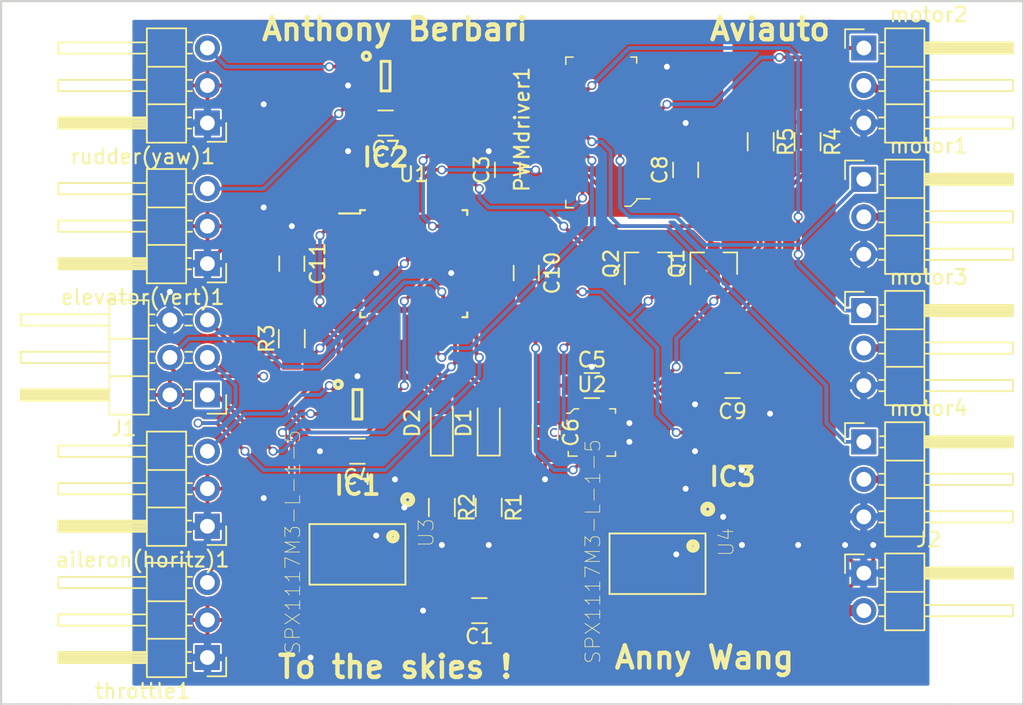
<source format=kicad_pcb>
(kicad_pcb (version 4) (host pcbnew 4.0.7)
  (layers (0 F.Cu signal) (31 B.Cu signal hide) (34 B.Paste user) (35 F.Paste user) (36 B.SilkS user) (37 F.SilkS user) (38 B.Mask user) (39 F.Mask user) (44 Edge.Cuts user))
  (net 0 "")
  (net 1 GND)
  (net 2 "Net-(IC1-Pad1)")
  (net 3 "Net-(C1-Pad1)")
  (net 4 VCC)
  (net 5 "Net-(C9-Pad1)")
  (net 6 "Net-(D1-Pad1)")
  (net 7 "Net-(D1-Pad2)")
  (net 8 "Net-(D2-Pad1)")
  (net 9 "Net-(D2-Pad2)")
  (net 10 "Net-(IC2-Pad3)")
  (net 11 "Net-(IC1-Pad3)")
  (net 12 "Net-(IC1-Pad4)")
  (net 13 "Net-(IC1-Pad6)")
  (net 14 "Net-(IC2-Pad1)")
  (net 15 "Net-(IC2-Pad4)")
  (net 16 VAA)
  (net 17 "Net-(IC3-Pad2)")
  (net 18 "Net-(IC3-Pad3)")
  (net 19 "Net-(J1-Pad1)")
  (net 20 "Net-(J1-Pad3)")
  (net 21 "Net-(J1-Pad5)")
  (net 22 "Net-(PWMdriver1-Pad6)")
  (net 23 "Net-(PWMdriver1-Pad10)")
  (net 24 "Net-(PWMdriver1-Pad17)")
  (net 25 "Net-(PWMdriver1-Pad22)")
  (net 26 "Net-(PWMdriver1-Pad23)")
  (net 27 "Net-(PWMdriver1-Pad26)")
  (net 28 "Net-(PWMdriver1-Pad27)")
  (net 29 "Net-(J1-Pad4)")
  (module Pin_Headers:Pin_Header_Angled_1x03_Pitch2.54mm (layer F.Cu) (at 260.35 53.975)
    (fp_text reference motor2 (at 4.385 -2.27) (layer F.SilkS))
    (fp_text value Conn_01x03)
    (pad 1 thru_hole rect (at 0 0) (size 1.7 1.7) (drill 1) (layers *.Cu *.Mask) (net 23 "Net-(PWMdriver1-Pad10)"))
    (pad 2 thru_hole oval (at 0 2.54) (size 1.7 1.7) (drill 1) (layers *.Cu *.Mask) (net 4 VCC))
    (pad 3 thru_hole oval (at 0 5.08) (size 1.7 1.7) (drill 1) (layers *.Cu *.Mask) (net 1 GND))
  )
  (module Pin_Headers:Pin_Header_Angled_1x03_Pitch2.54mm (layer F.Cu) (at 215.9 86.36 180)
    (fp_text reference "aileron(horitz)1" (at 4.385 -2.27 180) (layer F.SilkS))
    (fp_text value Conn_01x03)
    (pad 1 thru_hole rect (at 0 0 180) (size 1.7 1.7) (drill 1) (layers *.Cu *.Mask) (net 1 GND))
    (pad 2 thru_hole oval (at 0 2.54 180) (size 1.7 1.7) (drill 1) (layers *.Cu *.Mask) (net 4 VCC))
    (pad 3 thru_hole oval (at 0 5.08 180) (size 1.7 1.7) (drill 1) (layers *.Cu *.Mask) (net 2 "Net-(IC1-Pad1)"))
  )
  (module Capacitors_SMD:C_0805_HandSoldering (layer F.Cu) (at 236.22 62.23 90)
    (fp_text reference C3 (at 0 -1.75 90) (layer F.SilkS))
    (fp_text value 0.1uF)
    (pad 1 smd rect (at -1.25 0 90) (size 1.5 1.25) (layers F.Cu F.Paste F.Mask) (net 4 VCC))
    (pad 2 smd rect (at 1.25 0 90) (size 1.5 1.25) (layers F.Cu F.Paste F.Mask) (net 1 GND))
  )
  (module Capacitors_SMD:C_0805_HandSoldering (layer F.Cu) (at 226.06 81.28 180)
    (fp_text reference C4 (at 0 -1.75 180) (layer F.SilkS))
    (fp_text value 0.1uF)
    (pad 1 smd rect (at -1.25 0 180) (size 1.5 1.25) (layers F.Cu F.Paste F.Mask) (net 4 VCC))
    (pad 2 smd rect (at 1.25 0 180) (size 1.5 1.25) (layers F.Cu F.Paste F.Mask) (net 1 GND))
  )
  (module Capacitors_SMD:C_0805_HandSoldering (layer F.Cu) (at 241.935 76.835)
    (fp_text reference C5 (at 0 -1.75) (layer F.SilkS))
    (fp_text value 0.1uF)
    (pad 1 smd rect (at -1.25 0) (size 1.5 1.25) (layers F.Cu F.Paste F.Mask) (net 16 VAA))
    (pad 2 smd rect (at 1.25 0) (size 1.5 1.25) (layers F.Cu F.Paste F.Mask) (net 1 GND))
  )
  (module Capacitors_SMD:C_0805_HandSoldering (layer F.Cu) (at 238.76 80.01 270)
    (fp_text reference C6 (at 0 -1.75 270) (layer F.SilkS))
    (fp_text value 10uF)
    (pad 1 smd rect (at -1.25 0 270) (size 1.5 1.25) (layers F.Cu F.Paste F.Mask) (net 16 VAA))
    (pad 2 smd rect (at 1.25 0 270) (size 1.5 1.25) (layers F.Cu F.Paste F.Mask) (net 1 GND))
  )
  (module Capacitors_SMD:C_0805_HandSoldering (layer F.Cu) (at 227.965 59.055 180)
    (fp_text reference C7 (at 0 -1.75 180) (layer F.SilkS))
    (fp_text value 0.1uF)
    (pad 1 smd rect (at -1.25 0 180) (size 1.5 1.25) (layers F.Cu F.Paste F.Mask) (net 4 VCC))
    (pad 2 smd rect (at 1.25 0 180) (size 1.5 1.25) (layers F.Cu F.Paste F.Mask) (net 1 GND))
  )
  (module Capacitors_SMD:C_0805_HandSoldering (layer F.Cu) (at 248.285 62.23 90)
    (fp_text reference C8 (at 0 -1.75 90) (layer F.SilkS))
    (fp_text value 10uF)
    (pad 1 smd rect (at -1.25 0 90) (size 1.5 1.25) (layers F.Cu F.Paste F.Mask) (net 4 VCC))
    (pad 2 smd rect (at 1.25 0 90) (size 1.5 1.25) (layers F.Cu F.Paste F.Mask) (net 1 GND))
  )
  (module Capacitors_SMD:C_0805_HandSoldering (layer F.Cu) (at 251.46 76.835 180)
    (fp_text reference C9 (at 0 -1.75 180) (layer F.SilkS))
    (fp_text value 10nF)
    (pad 1 smd rect (at -1.25 0 180) (size 1.5 1.25) (layers F.Cu F.Paste F.Mask) (net 5 "Net-(C9-Pad1)"))
    (pad 2 smd rect (at 1.25 0 180) (size 1.5 1.25) (layers F.Cu F.Paste F.Mask) (net 1 GND))
  )
  (module Capacitors_SMD:C_0805_HandSoldering (layer F.Cu) (at 237.49 69.215 270)
    (fp_text reference C10 (at 0 -1.75 270) (layer F.SilkS))
    (fp_text value 0.1uF)
    (pad 1 smd rect (at -1.25 0 270) (size 1.5 1.25) (layers F.Cu F.Paste F.Mask) (net 1 GND))
    (pad 2 smd rect (at 1.25 0 270) (size 1.5 1.25) (layers F.Cu F.Paste F.Mask) (net 4 VCC))
  )
  (module Capacitors_SMD:C_0805_HandSoldering (layer F.Cu) (at 221.615 68.58 270)
    (fp_text reference C11 (at 0 -1.75 270) (layer F.SilkS))
    (fp_text value 0.1uF)
    (pad 1 smd rect (at -1.25 0 270) (size 1.5 1.25) (layers F.Cu F.Paste F.Mask) (net 1 GND))
    (pad 2 smd rect (at 1.25 0 270) (size 1.5 1.25) (layers F.Cu F.Paste F.Mask) (net 4 VCC))
  )
  (module LEDs:LED_0805_HandSoldering (layer F.Cu) (at 234.95 79.375 90)
    (fp_text reference D1 (at 0 -1.7 90) (layer F.SilkS))
    (fp_text value green)
    (pad 1 smd rect (at -1.35 0 90) (size 1.5 1.3) (layers F.Cu F.Paste F.Mask) (net 6 "Net-(D1-Pad1)"))
    (pad 2 smd rect (at 1.35 0 90) (size 1.5 1.3) (layers F.Cu F.Paste F.Mask) (net 7 "Net-(D1-Pad2)"))
  )
  (module LEDs:LED_0805_HandSoldering (layer F.Cu) (at 231.775 79.375 90)
    (fp_text reference D2 (at 0 -2 90) (layer F.SilkS))
    (fp_text value red)
    (pad 1 smd rect (at -1.35 0 90) (size 1.5 1.3) (layers F.Cu F.Paste F.Mask) (net 8 "Net-(D2-Pad1)"))
    (pad 2 smd rect (at 1.35 0 90) (size 1.5 1.3) (layers F.Cu F.Paste F.Mask) (net 9 "Net-(D2-Pad2)"))
  )
  (module Pin_Headers:Pin_Header_Angled_1x03_Pitch2.54mm (layer F.Cu) (at 215.9 68.58 180)
    (fp_text reference "elevator(vert)1" (at 4.385 -2.27 180) (layer F.SilkS))
    (fp_text value Conn_01x03)
    (pad 1 thru_hole rect (at 0 0 180) (size 1.7 1.7) (drill 1) (layers *.Cu *.Mask) (net 1 GND))
    (pad 2 thru_hole oval (at 0 2.54 180) (size 1.7 1.7) (drill 1) (layers *.Cu *.Mask) (net 4 VCC))
    (pad 3 thru_hole oval (at 0 5.08 180) (size 1.7 1.7) (drill 1) (layers *.Cu *.Mask) (net 10 "Net-(IC2-Pad3)"))
  )
  (module digikey-footprints:SOT65P210X110-6N (layer F.Cu) (at 226.06 78.105)
    (fp_text reference IC1 (at 0 5.5) (layer F.SilkS) (effects (font (size 1.27 1.27) (thickness 0.254))))
    (fp_text value NC7SZ157P6X hide)
    (pad 1 smd rect (at -1.1 -0.65 90) (size 0.4 0.95) (layers F.Cu F.Paste F.Mask) (net 2 "Net-(IC1-Pad1)"))
    (pad 2 smd rect (at -1.1 0 90) (size 0.4 0.95) (layers F.Cu F.Paste F.Mask) (net 1 GND))
    (pad 3 smd rect (at -1.1 0.65 90) (size 0.4 0.95) (layers F.Cu F.Paste F.Mask) (net 11 "Net-(IC1-Pad3)"))
    (pad 4 smd rect (at 1.1 0.65 90) (size 0.4 0.95) (layers F.Cu F.Paste F.Mask) (net 12 "Net-(IC1-Pad4)"))
    (pad 5 smd rect (at 1.1 0 90) (size 0.4 0.95) (layers F.Cu F.Paste F.Mask) (net 4 VCC))
    (pad 6 smd rect (at 1.1 -0.65 90) (size 0.4 0.95) (layers F.Cu F.Paste F.Mask) (net 13 "Net-(IC1-Pad6)"))
  )
  (module digikey-footprints:SOT65P210X110-6N (layer F.Cu) (at 227.965 55.88)
    (fp_text reference IC2 (at 0 5.5) (layer F.SilkS) (effects (font (size 1.27 1.27) (thickness 0.254))))
    (fp_text value NC7SZ157P6X hide)
    (pad 1 smd rect (at -1.1 -0.65 90) (size 0.4 0.95) (layers F.Cu F.Paste F.Mask) (net 14 "Net-(IC2-Pad1)"))
    (pad 2 smd rect (at -1.1 0 90) (size 0.4 0.95) (layers F.Cu F.Paste F.Mask) (net 1 GND))
    (pad 3 smd rect (at -1.1 0.65 90) (size 0.4 0.95) (layers F.Cu F.Paste F.Mask) (net 10 "Net-(IC2-Pad3)"))
    (pad 4 smd rect (at 1.1 0.65 90) (size 0.4 0.95) (layers F.Cu F.Paste F.Mask) (net 15 "Net-(IC2-Pad4)"))
    (pad 5 smd rect (at 1.1 0 90) (size 0.4 0.95) (layers F.Cu F.Paste F.Mask) (net 4 VCC))
    (pad 6 smd rect (at 1.1 -0.65 90) (size 0.4 0.95) (layers F.Cu F.Paste F.Mask) (net 13 "Net-(IC1-Pad6)"))
  )
  (module "digikey-footprints:LGA(3X3X1.0-16L)" (layer F.Cu) (at 251.46 80.01)
    (fp_text reference IC3 (at 0 3) (layer F.SilkS) (effects (font (size 1.27 1.27) (thickness 0.254))))
    (fp_text value L3GD20H hide)
    (pad 1 smd rect (at -1.2 -1 90) (size 0.3 0.55) (layers F.Cu F.Paste F.Mask) (net 16 VAA))
    (pad 2 smd rect (at -1.2 -0.5 90) (size 0.3 0.55) (layers F.Cu F.Paste F.Mask) (net 17 "Net-(IC3-Pad2)"))
    (pad 3 smd rect (at -1.2 0 90) (size 0.3 0.55) (layers F.Cu F.Paste F.Mask) (net 18 "Net-(IC3-Pad3)"))
    (pad 4 smd rect (at -1.2 0.5 90) (size 0.3 0.55) (layers F.Cu F.Paste F.Mask) (net 16 VAA))
    (pad 5 smd rect (at -1.2 1 90) (size 0.3 0.55) (layers F.Cu F.Paste F.Mask) (net 1 GND))
    (pad 6 smd rect (at -0.5 1.2) (size 0.3 0.55) (layers F.Cu F.Paste F.Mask))
    (pad 7 smd rect (at 0 1.2) (size 0.3 0.55) (layers F.Cu F.Paste F.Mask))
    (pad 8 smd rect (at 0.5 1.2) (size 0.3 0.55) (layers F.Cu F.Paste F.Mask) (net 1 GND))
    (pad 9 smd rect (at 1.2 1 90) (size 0.3 0.55) (layers F.Cu F.Paste F.Mask) (net 1 GND))
    (pad 10 smd rect (at 1.2 0.5 90) (size 0.3 0.55) (layers F.Cu F.Paste F.Mask) (net 1 GND))
    (pad 11 smd rect (at 1.2 0 90) (size 0.3 0.55) (layers F.Cu F.Paste F.Mask) (net 1 GND))
    (pad 12 smd rect (at 1.2 -0.5 90) (size 0.3 0.55) (layers F.Cu F.Paste F.Mask) (net 1 GND))
    (pad 13 smd rect (at 1.2 -1 90) (size 0.3 0.55) (layers F.Cu F.Paste F.Mask) (net 1 GND))
    (pad 14 smd rect (at 0.5 -1.2) (size 0.3 0.55) (layers F.Cu F.Paste F.Mask) (net 5 "Net-(C9-Pad1)"))
    (pad 15 smd rect (at 0 -1.2) (size 0.3 0.55) (layers F.Cu F.Paste F.Mask) (net 1 GND))
    (pad 16 smd rect (at -0.5 -1.2) (size 0.3 0.55) (layers F.Cu F.Paste F.Mask) (net 16 VAA))
  )
  (module Pin_Headers:Pin_Header_Angled_2x03_Pitch2.54mm (layer F.Cu) (at 215.9 77.47 180)
    (fp_text reference J1 (at 5.655 -2.27 180) (layer F.SilkS))
    (fp_text value programmer)
    (pad 1 thru_hole rect (at 0 0 180) (size 1.7 1.7) (drill 1) (layers *.Cu *.Mask) (net 19 "Net-(J1-Pad1)"))
    (pad 2 thru_hole oval (at 2.54 0 180) (size 1.7 1.7) (drill 1) (layers *.Cu *.Mask) (net 4 VCC))
    (pad 3 thru_hole oval (at 0 2.54 180) (size 1.7 1.7) (drill 1) (layers *.Cu *.Mask) (net 20 "Net-(J1-Pad3)"))
    (pad 4 thru_hole oval (at 2.54 2.54 180) (size 1.7 1.7) (drill 1) (layers *.Cu *.Mask) (net 29 "Net-(J1-Pad4)"))
    (pad 5 thru_hole oval (at 0 5.08 180) (size 1.7 1.7) (drill 1) (layers *.Cu *.Mask) (net 21 "Net-(J1-Pad5)"))
    (pad 6 thru_hole oval (at 2.54 5.08 180) (size 1.7 1.7) (drill 1) (layers *.Cu *.Mask) (net 1 GND))
  )
  (module Pin_Headers:Pin_Header_Angled_1x03_Pitch2.54mm (layer F.Cu) (at 260.35 62.865)
    (fp_text reference motor1 (at 4.385 -2.27) (layer F.SilkS))
    (fp_text value Conn_01x03)
    (pad 1 thru_hole rect (at 0 0) (size 1.7 1.7) (drill 1) (layers *.Cu *.Mask) (net 22 "Net-(PWMdriver1-Pad6)"))
    (pad 2 thru_hole oval (at 0 2.54) (size 1.7 1.7) (drill 1) (layers *.Cu *.Mask) (net 4 VCC))
    (pad 3 thru_hole oval (at 0 5.08) (size 1.7 1.7) (drill 1) (layers *.Cu *.Mask) (net 1 GND))
  )
  (module Pin_Headers:Pin_Header_Angled_1x03_Pitch2.54mm (layer F.Cu) (at 260.35 71.755)
    (fp_text reference motor3 (at 4.385 -2.27) (layer F.SilkS))
    (fp_text value Conn_01x03)
    (pad 1 thru_hole rect (at 0 0) (size 1.7 1.7) (drill 1) (layers *.Cu *.Mask) (net 24 "Net-(PWMdriver1-Pad17)"))
    (pad 2 thru_hole oval (at 0 2.54) (size 1.7 1.7) (drill 1) (layers *.Cu *.Mask) (net 4 VCC))
    (pad 3 thru_hole oval (at 0 5.08) (size 1.7 1.7) (drill 1) (layers *.Cu *.Mask) (net 1 GND))
  )
  (module Pin_Headers:Pin_Header_Angled_1x03_Pitch2.54mm (layer F.Cu) (at 260.35 80.645)
    (fp_text reference motor4 (at 4.385 -2.27) (layer F.SilkS))
    (fp_text value Conn_01x03)
    (pad 1 thru_hole rect (at 0 0) (size 1.7 1.7) (drill 1) (layers *.Cu *.Mask) (net 25 "Net-(PWMdriver1-Pad22)"))
    (pad 2 thru_hole oval (at 0 2.54) (size 1.7 1.7) (drill 1) (layers *.Cu *.Mask) (net 4 VCC))
    (pad 3 thru_hole oval (at 0 5.08) (size 1.7 1.7) (drill 1) (layers *.Cu *.Mask) (net 1 GND))
  )
  (module digikey-footprints:TSSOP-28_W4.40mm (layer F.Cu) (at 242.57 59.69 90)
    (fp_text reference PWMdriver1 (at 0.2 -5.37 90) (layer F.SilkS))
    (fp_text value PCA9685PW_112)
    (pad 1 smd rect (at -4.225 2.8 90) (size 0.3 1.6) (layers F.Cu F.Paste F.Mask) (net 4 VCC))
    (pad 2 smd rect (at -3.575 2.8 90) (size 0.3 1.6) (layers F.Cu F.Paste F.Mask) (net 4 VCC))
    (pad 3 smd rect (at -2.925 2.8 90) (size 0.3 1.6) (layers F.Cu F.Paste F.Mask) (net 4 VCC))
    (pad 4 smd rect (at -2.275 2.8 90) (size 0.3 1.6) (layers F.Cu F.Paste F.Mask) (net 4 VCC))
    (pad 5 smd rect (at -1.625 2.8 90) (size 0.3 1.6) (layers F.Cu F.Paste F.Mask) (net 1 GND))
    (pad 6 smd rect (at -0.975 2.8 90) (size 0.3 1.6) (layers F.Cu F.Paste F.Mask) (net 22 "Net-(PWMdriver1-Pad6)"))
    (pad 7 smd rect (at -0.325 2.8 90) (size 0.3 1.6) (layers F.Cu F.Paste F.Mask))
    (pad 8 smd rect (at 0.325 2.8 90) (size 0.3 1.6) (layers F.Cu F.Paste F.Mask))
    (pad 9 smd rect (at 0.975 2.8 90) (size 0.3 1.6) (layers F.Cu F.Paste F.Mask))
    (pad 10 smd rect (at 1.625 2.8 90) (size 0.3 1.6) (layers F.Cu F.Paste F.Mask) (net 23 "Net-(PWMdriver1-Pad10)"))
    (pad 11 smd rect (at 2.275 2.8 90) (size 0.3 1.6) (layers F.Cu F.Paste F.Mask))
    (pad 12 smd rect (at 2.925 2.8 90) (size 0.3 1.6) (layers F.Cu F.Paste F.Mask))
    (pad 13 smd rect (at 3.575 2.8 90) (size 0.3 1.6) (layers F.Cu F.Paste F.Mask))
    (pad 14 smd rect (at 4.225 2.8 90) (size 0.3 1.6) (layers F.Cu F.Paste F.Mask) (net 1 GND))
    (pad 15 smd rect (at 4.225 -2.8 90) (size 0.3 1.6) (layers F.Cu F.Paste F.Mask))
    (pad 16 smd rect (at 3.575 -2.8 90) (size 0.3 1.6) (layers F.Cu F.Paste F.Mask))
    (pad 17 smd rect (at 2.925 -2.8 90) (size 0.3 1.6) (layers F.Cu F.Paste F.Mask) (net 24 "Net-(PWMdriver1-Pad17)"))
    (pad 18 smd rect (at 2.275 -2.8 90) (size 0.3 1.6) (layers F.Cu F.Paste F.Mask))
    (pad 19 smd rect (at 1.625 -2.8 90) (size 0.3 1.6) (layers F.Cu F.Paste F.Mask))
    (pad 20 smd rect (at 0.975 -2.8 90) (size 0.3 1.6) (layers F.Cu F.Paste F.Mask))
    (pad 21 smd rect (at 0.325 -2.8 90) (size 0.3 1.6) (layers F.Cu F.Paste F.Mask))
    (pad 22 smd rect (at -0.325 -2.8 90) (size 0.3 1.6) (layers F.Cu F.Paste F.Mask) (net 25 "Net-(PWMdriver1-Pad22)"))
    (pad 23 smd rect (at -0.975 -2.8 90) (size 0.3 1.6) (layers F.Cu F.Paste F.Mask) (net 26 "Net-(PWMdriver1-Pad23)"))
    (pad 24 smd rect (at -1.625 -2.8 90) (size 0.3 1.6) (layers F.Cu F.Paste F.Mask) (net 1 GND))
    (pad 25 smd rect (at -2.275 -2.8 90) (size 0.3 1.6) (layers F.Cu F.Paste F.Mask) (net 1 GND))
    (pad 26 smd rect (at -2.925 -2.8 90) (size 0.3 1.6) (layers F.Cu F.Paste F.Mask) (net 27 "Net-(PWMdriver1-Pad26)"))
    (pad 27 smd rect (at -3.575 -2.8 90) (size 0.3 1.6) (layers F.Cu F.Paste F.Mask) (net 28 "Net-(PWMdriver1-Pad27)"))
    (pad 28 smd rect (at -4.225 -2.8 90) (size 0.3 1.6) (layers F.Cu F.Paste F.Mask) (net 4 VCC))
  )
  (module Resistors_SMD:R_0805_HandSoldering (layer F.Cu) (at 234.95 85.09 270)
    (fp_text reference R1 (at 0 -1.7 270) (layer F.SilkS))
    (fp_text value 300)
    (pad 1 smd rect (at -1.35 0 270) (size 1.5 1.3) (layers F.Cu F.Paste F.Mask) (net 6 "Net-(D1-Pad1)"))
    (pad 2 smd rect (at 1.35 0 270) (size 1.5 1.3) (layers F.Cu F.Paste F.Mask) (net 1 GND))
  )
  (module Resistors_SMD:R_0805_HandSoldering (layer F.Cu) (at 231.775 85.09 270)
    (fp_text reference R2 (at 0 -1.7 270) (layer F.SilkS))
    (fp_text value 300)
    (pad 1 smd rect (at -1.35 0 270) (size 1.5 1.3) (layers F.Cu F.Paste F.Mask) (net 8 "Net-(D2-Pad1)"))
    (pad 2 smd rect (at 1.35 0 270) (size 1.5 1.3) (layers F.Cu F.Paste F.Mask) (net 1 GND))
  )
  (module Resistors_SMD:R_0805_HandSoldering (layer F.Cu) (at 221.615 73.66 90)
    (fp_text reference R3 (at 0 -1.7 90) (layer F.SilkS))
    (fp_text value 10K)
    (pad 1 smd rect (at -1.35 0 90) (size 1.5 1.3) (layers F.Cu F.Paste F.Mask) (net 21 "Net-(J1-Pad5)"))
    (pad 2 smd rect (at 1.35 0 90) (size 1.5 1.3) (layers F.Cu F.Paste F.Mask) (net 4 VCC))
  )
  (module Resistors_SMD:R_0805_HandSoldering (layer F.Cu) (at 256.54 60.325 270)
    (fp_text reference R4 (at 0 -1.7 270) (layer F.SilkS))
    (fp_text value 10K)
    (pad 1 smd rect (at -1.35 0 270) (size 1.5 1.3) (layers F.Cu F.Paste F.Mask) (net 16 VAA))
    (pad 2 smd rect (at 1.35 0 270) (size 1.5 1.3) (layers F.Cu F.Paste F.Mask) (net 18 "Net-(IC3-Pad3)"))
  )
  (module Resistors_SMD:R_0805_HandSoldering (layer F.Cu) (at 253.365 60.325 270)
    (fp_text reference R5 (at 0 -1.7 270) (layer F.SilkS))
    (fp_text value 10K)
    (pad 1 smd rect (at -1.35 0 270) (size 1.5 1.3) (layers F.Cu F.Paste F.Mask) (net 16 VAA))
    (pad 2 smd rect (at 1.35 0 270) (size 1.5 1.3) (layers F.Cu F.Paste F.Mask) (net 17 "Net-(IC3-Pad2)"))
  )
  (module Pin_Headers:Pin_Header_Angled_1x03_Pitch2.54mm (layer F.Cu) (at 215.9 59.055 180)
    (fp_text reference "rudder(yaw)1" (at 4.385 -2.27 180) (layer F.SilkS))
    (fp_text value Conn_01x03)
    (pad 1 thru_hole rect (at 0 0 180) (size 1.7 1.7) (drill 1) (layers *.Cu *.Mask) (net 1 GND))
    (pad 2 thru_hole oval (at 0 2.54 180) (size 1.7 1.7) (drill 1) (layers *.Cu *.Mask) (net 4 VCC))
    (pad 3 thru_hole oval (at 0 5.08 180) (size 1.7 1.7) (drill 1) (layers *.Cu *.Mask) (net 14 "Net-(IC2-Pad1)"))
  )
  (module Pin_Headers:Pin_Header_Angled_1x03_Pitch2.54mm (layer F.Cu) (at 215.9 95.25 180)
    (fp_text reference throttle1 (at 4.385 -2.27 180) (layer F.SilkS))
    (fp_text value Conn_01x03)
    (pad 1 thru_hole rect (at 0 0 180) (size 1.7 1.7) (drill 1) (layers *.Cu *.Mask) (net 1 GND))
    (pad 2 thru_hole oval (at 0 2.54 180) (size 1.7 1.7) (drill 1) (layers *.Cu *.Mask) (net 4 VCC))
    (pad 3 thru_hole oval (at 0 5.08 180) (size 1.7 1.7) (drill 1) (layers *.Cu *.Mask) (net 11 "Net-(IC1-Pad3)"))
  )
  (module Housings_QFP:TQFP-32_7x7mm_Pitch0.8mm (layer F.Cu) (at 229.87 68.58)
    (fp_text reference U1 (at 0 -6.05) (layer F.SilkS))
    (fp_text value ATMEGA328-AU)
    (pad 1 smd rect (at -4.25 -2.8) (size 1.6 0.55) (layers F.Cu F.Paste F.Mask) (net 12 "Net-(IC1-Pad4)"))
    (pad 2 smd rect (at -4.25 -2) (size 1.6 0.55) (layers F.Cu F.Paste F.Mask))
    (pad 3 smd rect (at -4.25 -1.2) (size 1.6 0.55) (layers F.Cu F.Paste F.Mask) (net 1 GND))
    (pad 4 smd rect (at -4.25 -0.4) (size 1.6 0.55) (layers F.Cu F.Paste F.Mask) (net 4 VCC))
    (pad 5 smd rect (at -4.25 0.4) (size 1.6 0.55) (layers F.Cu F.Paste F.Mask) (net 1 GND))
    (pad 6 smd rect (at -4.25 1.2) (size 1.6 0.55) (layers F.Cu F.Paste F.Mask) (net 4 VCC))
    (pad 7 smd rect (at -4.25 2) (size 1.6 0.55) (layers F.Cu F.Paste F.Mask))
    (pad 8 smd rect (at -4.25 2.8) (size 1.6 0.55) (layers F.Cu F.Paste F.Mask))
    (pad 9 smd rect (at -2.8 4.25 90) (size 1.6 0.55) (layers F.Cu F.Paste F.Mask))
    (pad 10 smd rect (at -2 4.25 90) (size 1.6 0.55) (layers F.Cu F.Paste F.Mask))
    (pad 11 smd rect (at -1.2 4.25 90) (size 1.6 0.55) (layers F.Cu F.Paste F.Mask))
    (pad 12 smd rect (at -0.4 4.25 90) (size 1.6 0.55) (layers F.Cu F.Paste F.Mask) (net 9 "Net-(D2-Pad2)"))
    (pad 13 smd rect (at 0.4 4.25 90) (size 1.6 0.55) (layers F.Cu F.Paste F.Mask) (net 7 "Net-(D1-Pad2)"))
    (pad 14 smd rect (at 1.2 4.25 90) (size 1.6 0.55) (layers F.Cu F.Paste F.Mask) (net 26 "Net-(PWMdriver1-Pad23)"))
    (pad 15 smd rect (at 2 4.25 90) (size 1.6 0.55) (layers F.Cu F.Paste F.Mask) (net 29 "Net-(J1-Pad4)"))
    (pad 16 smd rect (at 2.8 4.25 90) (size 1.6 0.55) (layers F.Cu F.Paste F.Mask) (net 19 "Net-(J1-Pad1)"))
    (pad 17 smd rect (at 4.25 2.8) (size 1.6 0.55) (layers F.Cu F.Paste F.Mask) (net 20 "Net-(J1-Pad3)"))
    (pad 18 smd rect (at 4.25 2) (size 1.6 0.55) (layers F.Cu F.Paste F.Mask) (net 4 VCC))
    (pad 19 smd rect (at 4.25 1.2) (size 1.6 0.55) (layers F.Cu F.Paste F.Mask))
    (pad 20 smd rect (at 4.25 0.4) (size 1.6 0.55) (layers F.Cu F.Paste F.Mask))
    (pad 21 smd rect (at 4.25 -0.4) (size 1.6 0.55) (layers F.Cu F.Paste F.Mask) (net 1 GND))
    (pad 22 smd rect (at 4.25 -1.2) (size 1.6 0.55) (layers F.Cu F.Paste F.Mask))
    (pad 23 smd rect (at 4.25 -2) (size 1.6 0.55) (layers F.Cu F.Paste F.Mask))
    (pad 24 smd rect (at 4.25 -2.8) (size 1.6 0.55) (layers F.Cu F.Paste F.Mask))
    (pad 25 smd rect (at 2.8 -4.25 90) (size 1.6 0.55) (layers F.Cu F.Paste F.Mask))
    (pad 26 smd rect (at 2 -4.25 90) (size 1.6 0.55) (layers F.Cu F.Paste F.Mask) (net 13 "Net-(IC1-Pad6)"))
    (pad 27 smd rect (at 1.2 -4.25 90) (size 1.6 0.55) (layers F.Cu F.Paste F.Mask) (net 28 "Net-(PWMdriver1-Pad27)"))
    (pad 28 smd rect (at 0.4 -4.25 90) (size 1.6 0.55) (layers F.Cu F.Paste F.Mask) (net 27 "Net-(PWMdriver1-Pad26)"))
    (pad 29 smd rect (at -0.4 -4.25 90) (size 1.6 0.55) (layers F.Cu F.Paste F.Mask) (net 21 "Net-(J1-Pad5)"))
    (pad 30 smd rect (at -1.2 -4.25 90) (size 1.6 0.55) (layers F.Cu F.Paste F.Mask))
    (pad 31 smd rect (at -2 -4.25 90) (size 1.6 0.55) (layers F.Cu F.Paste F.Mask))
    (pad 32 smd rect (at -2.8 -4.25 90) (size 1.6 0.55) (layers F.Cu F.Paste F.Mask) (net 15 "Net-(IC2-Pad4)"))
  )
  (module digikey-footprints:VFLGA-16_3x3mm (layer F.Cu) (at 241.935 80.01)
    (fp_text reference U2 (at 0 -3.25) (layer F.SilkS))
    (fp_text value LIS3DHTR)
    (pad 3 smd rect (at -1.225 0) (size 0.75 0.35) (layers F.Cu F.Paste F.Mask))
    (pad 2 smd rect (at -1.225 -0.5) (size 0.75 0.35) (layers F.Cu F.Paste F.Mask))
    (pad 1 smd rect (at -1.225 -1) (size 0.75 0.35) (layers F.Cu F.Paste F.Mask) (net 16 VAA))
    (pad 4 smd rect (at -1.225 0.5) (size 0.75 0.35) (layers F.Cu F.Paste F.Mask) (net 17 "Net-(IC3-Pad2)"))
    (pad 5 smd rect (at -1.225 1) (size 0.75 0.35) (layers F.Cu F.Paste F.Mask) (net 1 GND))
    (pad 15 smd rect (at 0 -1.225) (size 0.35 0.75) (layers F.Cu F.Paste F.Mask))
    (pad 16 smd rect (at -0.5 -1.225) (size 0.35 0.75) (layers F.Cu F.Paste F.Mask))
    (pad 14 smd rect (at 0.5 -1.225) (size 0.35 0.75) (layers F.Cu F.Paste F.Mask) (net 16 VAA))
    (pad 13 smd rect (at 1.225 -1) (size 0.75 0.35) (layers F.Cu F.Paste F.Mask))
    (pad 12 smd rect (at 1.225 -0.5) (size 0.75 0.35) (layers F.Cu F.Paste F.Mask) (net 1 GND))
    (pad 11 smd rect (at 1.225 0) (size 0.75 0.35) (layers F.Cu F.Paste F.Mask))
    (pad 10 smd rect (at 1.225 0.5) (size 0.75 0.35) (layers F.Cu F.Paste F.Mask) (net 1 GND))
    (pad 9 smd rect (at 1.225 1) (size 0.75 0.35) (layers F.Cu F.Paste F.Mask))
    (pad 6 smd rect (at -0.5 1.225) (size 0.35 0.75) (layers F.Cu F.Paste F.Mask) (net 18 "Net-(IC3-Pad3)"))
    (pad 7 smd rect (at 0 1.225) (size 0.35 0.75) (layers F.Cu F.Paste F.Mask) (net 16 VAA))
    (pad 8 smd rect (at 0.5 1.225) (size 0.35 0.75) (layers F.Cu F.Paste F.Mask) (net 16 VAA))
  )
  (module digikey-footprints:SOT230P700X180-3N (layer F.Cu) (at 226.06 88.265 270)
    (fp_text reference U3 (at -1.46481 -4.65026 270) (layer F.SilkS) (effects (font (size 1.00329 1.00329) (thickness 0.05))))
    (fp_text value SPX1117M3-L-1-5 (at -0.826775 4.3745 270) (layer F.SilkS) (effects (font (size 1.00218 1.00218) (thickness 0.05))))
    (pad 1 smd rect (at -3.2 -2.3 270) (size 1.65 0.95) (layers F.Cu F.Paste F.Mask) (net 1 GND))
    (pad 2 smd rect (at -3.2 0 270) (size 1.65 0.95) (layers F.Cu F.Paste F.Mask) (net 4 VCC))
    (pad 3 smd rect (at -3.2 2.3 270) (size 1.65 0.95) (layers F.Cu F.Paste F.Mask) (net 3 "Net-(C1-Pad1)"))
    (pad 4 smd rect (at 3.2 0 270) (size 1.65 3.2) (layers F.Cu F.Paste F.Mask))
  )
  (module digikey-footprints:SOT230P700X180-3N (layer F.Cu) (at 246.38 88.9 270)
    (fp_text reference U4 (at -1.46481 -4.65026 270) (layer F.SilkS) (effects (font (size 1.00329 1.00329) (thickness 0.05))))
    (fp_text value SPX1117M3-L-1-5 (at -0.826775 4.3745 270) (layer F.SilkS) (effects (font (size 1.00218 1.00218) (thickness 0.05))))
    (pad 1 smd rect (at -3.2 -2.3 270) (size 1.65 0.95) (layers F.Cu F.Paste F.Mask) (net 1 GND))
    (pad 2 smd rect (at -3.2 0 270) (size 1.65 0.95) (layers F.Cu F.Paste F.Mask) (net 16 VAA))
    (pad 3 smd rect (at -3.2 2.3 270) (size 1.65 0.95) (layers F.Cu F.Paste F.Mask) (net 3 "Net-(C1-Pad1)"))
    (pad 4 smd rect (at 3.2 0 270) (size 1.65 3.2) (layers F.Cu F.Paste F.Mask))
  )
  (module Pin_Headers:Pin_Header_Angled_1x02_Pitch2.54mm (layer F.Cu) (at 260.35 89.535)
    (fp_text reference J2 (at 4.385 -2.27) (layer F.SilkS))
    (fp_text value Conn_01x02)
    (pad 1 thru_hole rect (at 0 0) (size 1.7 1.7) (drill 1) (layers *.Cu *.Mask) (net 1 GND))
    (pad 2 thru_hole oval (at 0 2.54) (size 1.7 1.7) (drill 1) (layers *.Cu *.Mask) (net 3 "Net-(C1-Pad1)"))
  )
  (module Capacitors_SMD:C_0805_HandSoldering (layer F.Cu) (at 234.315 92.075 180)
    (fp_text reference C1 (at 0 -1.75 180) (layer F.SilkS))
    (fp_text value 0.1uF)
    (pad 1 smd rect (at -1.25 0 180) (size 1.5 1.25) (layers F.Cu F.Paste F.Mask) (net 3 "Net-(C1-Pad1)"))
    (pad 2 smd rect (at 1.25 0 180) (size 1.5 1.25) (layers F.Cu F.Paste F.Mask) (net 1 GND))
  )
  (module TO_SOT_Packages_SMD:SOT-23 (layer F.Cu) (at 250.19 68.58 90)
    (fp_text reference Q1 (at 0 -2.5 90) (layer F.SilkS))
    (fp_text value BSS138)
    (pad 1 smd rect (at -1 -0.95 90) (size 0.9 0.8) (layers F.Cu F.Paste F.Mask) (net 16 VAA))
    (pad 2 smd rect (at -1 0.95 90) (size 0.9 0.8) (layers F.Cu F.Paste F.Mask) (net 17 "Net-(IC3-Pad2)"))
    (pad 3 smd rect (at 1 0 90) (size 0.9 0.8) (layers F.Cu F.Paste F.Mask) (net 27 "Net-(PWMdriver1-Pad26)"))
  )
  (module TO_SOT_Packages_SMD:SOT-23 (layer F.Cu) (at 245.745 68.58 90)
    (fp_text reference Q2 (at 0 -2.5 90) (layer F.SilkS))
    (fp_text value BSS138)
    (pad 1 smd rect (at -1 -0.95 90) (size 0.9 0.8) (layers F.Cu F.Paste F.Mask) (net 16 VAA))
    (pad 2 smd rect (at -1 0.95 90) (size 0.9 0.8) (layers F.Cu F.Paste F.Mask) (net 18 "Net-(IC3-Pad3)"))
    (pad 3 smd rect (at 1 0 90) (size 0.9 0.8) (layers F.Cu F.Paste F.Mask) (net 28 "Net-(PWMdriver1-Pad27)"))
  )
  (gr_line (start 201.93 50.8) (end 208.915 50.8) (angle 90) (layer Edge.Cuts) (width 0.15))
  (gr_line (start 201.93 98.425) (end 201.93 50.8) (angle 90) (layer Edge.Cuts) (width 0.15))
  (gr_line (start 206.375 98.425) (end 201.93 98.425) (angle 90) (layer Edge.Cuts) (width 0.15))
  (gr_line (start 208.915 98.425) (end 206.375 98.425) (angle 90) (layer Edge.Cuts) (width 0.15))
  (gr_line (start 271.145 98.425) (end 266.065 98.425) (angle 90) (layer Edge.Cuts) (width 0.15))
  (gr_line (start 271.145 50.8) (end 271.145 98.425) (angle 90) (layer Edge.Cuts) (width 0.15))
  (gr_line (start 266.065 50.8) (end 271.145 50.8) (angle 90) (layer Edge.Cuts) (width 0.15))
  (gr_line (start 266.065 50.8) (end 208.915 50.8) (angle 90) (layer Edge.Cuts) (width 0.15))
  (gr_text Aviauto (at 254 52.705) (layer F.SilkS) (effects (font (size 1.5 1.5) (thickness 0.3))))
  (gr_line (start 208.915 98.425) (end 266.065 98.425) (angle 90) (layer Edge.Cuts) (width 0.15))
  (gr_text "To the skies !" (at 228.6 95.885) (layer F.SilkS) (effects (font (size 1.5 1.5) (thickness 0.3))))
  (gr_text "Anny Wang" (at 249.555 95.25) (layer F.SilkS) (effects (font (size 1.5 1.5) (thickness 0.3))))
  (gr_text "Anthony Berbari" (at 228.6 52.705) (layer F.SilkS) (effects (font (size 1.5 1.5) (thickness 0.3))))
  (segment (start 230.48 85.065) (end 230.505 85.09) (width 0.254) (layer F.Cu) (net 0))
  (segment (start 260.35 89.535) (end 260.985 88.9) (width 0.254) (layer F.Cu) (net 1))
  (segment (start 260.985 88.9) (end 260.985 87.63) (width 0.254) (layer F.Cu) (net 1))
  (via (at 260.985 87.63) (size 0.6096) (drill 0.4) (layers F.Cu B.Cu) (net 1))
  (segment (start 260.35 89.535) (end 259.08 88.265) (width 0.254) (layer F.Cu) (net 1))
  (via (at 259.08 87.63) (size 0.6096) (drill 0.4) (layers F.Cu B.Cu) (net 1))
  (segment (start 259.08 88.265) (end 259.08 87.63) (width 0.254) (layer F.Cu) (net 1))
  (segment (start 213.36 72.39) (end 213.36 70.485) (width 0.254) (layer F.Cu) (net 1))
  (via (at 213.36 70.485) (size 0.6096) (drill 0.4) (layers F.Cu B.Cu) (net 1))
  (via (at 252.095 82.55) (size 0.6096) (drill 0.4) (layers F.Cu B.Cu) (net 1))
  (segment (start 251.96 82.415) (end 252.095 82.55) (width 0.254) (layer F.Cu) (net 1))
  (segment (start 251.96 81.21) (end 251.96 82.415) (width 0.254) (layer F.Cu) (net 1))
  (via (at 248.92 81.28) (size 0.6096) (drill 0.4) (layers F.Cu B.Cu) (net 1))
  (segment (start 249.19 81.01) (end 248.92 81.28) (width 0.254) (layer F.Cu) (net 1))
  (segment (start 250.26 81.01) (end 249.19 81.01) (width 0.254) (layer F.Cu) (net 1))
  (segment (start 225.62 68.98) (end 227.095 68.98) (width 0.254) (layer F.Cu) (net 1))
  (via (at 227.33 69.215) (size 0.6096) (drill 0.4) (layers F.Cu B.Cu) (net 1))
  (segment (start 227.095 68.98) (end 227.33 69.215) (width 0.254) (layer F.Cu) (net 1))
  (segment (start 221.615 67.33) (end 221.615 66.04) (width 0.254) (layer F.Cu) (net 1))
  (via (at 221.615 66.04) (size 0.6096) (drill 0.4) (layers F.Cu B.Cu) (net 1))
  (segment (start 231.775 86.44) (end 231.775 87.63) (width 0.254) (layer F.Cu) (net 1))
  (via (at 231.775 87.63) (size 0.6096) (drill 0.4) (layers F.Cu B.Cu) (net 1))
  (segment (start 234.95 86.44) (end 234.95 87.63) (width 0.254) (layer F.Cu) (net 1))
  (via (at 234.95 87.63) (size 0.6096) (drill 0.4) (layers F.Cu B.Cu) (net 1))
  (segment (start 228.36 85.065) (end 229.21 85.065) (width 0.254) (layer F.Cu) (net 1))
  (via (at 229.235 85.09) (size 0.6096) (drill 0.4) (layers F.Cu B.Cu) (net 1))
  (segment (start 229.21 85.065) (end 229.235 85.09) (width 0.254) (layer F.Cu) (net 1))
  (segment (start 224.81 81.28) (end 223.52 81.28) (width 0.254) (layer F.Cu) (net 1))
  (via (at 223.52 81.28) (size 0.6096) (drill 0.4) (layers F.Cu B.Cu) (net 1))
  (segment (start 215.9 68.58) (end 219.71 64.77) (width 0.254) (layer F.Cu) (net 1))
  (via (at 219.71 64.77) (size 0.6096) (drill 0.4) (layers F.Cu B.Cu) (net 1))
  (segment (start 224.96 78.105) (end 225.425 78.105) (width 0.254) (layer F.Cu) (net 1))
  (segment (start 225.425 78.105) (end 226.06 77.47) (width 0.254) (layer F.Cu) (net 1))
  (segment (start 226.06 77.47) (end 226.06 76.2) (width 0.254) (layer F.Cu) (net 1))
  (via (at 226.06 76.2) (size 0.6096) (drill 0.4) (layers F.Cu B.Cu) (net 1))
  (via (at 248.92 78.105) (size 0.6096) (drill 0.4) (layers F.Cu B.Cu) (net 1))
  (segment (start 250.19 76.835) (end 248.92 78.105) (width 0.254) (layer F.Cu) (net 1))
  (segment (start 250.21 76.835) (end 250.19 76.835) (width 0.254) (layer F.Cu) (net 1))
  (segment (start 234.12 68.18) (end 233.445 68.18) (width 0.254) (layer F.Cu) (net 1))
  (segment (start 233.445 68.18) (end 232.41 69.215) (width 0.254) (layer F.Cu) (net 1))
  (via (at 232.41 69.215) (size 0.6096) (drill 0.4) (layers F.Cu B.Cu) (net 1))
  (segment (start 237.49 67.965) (end 237.49 67.945) (width 0.254) (layer F.Cu) (net 1))
  (segment (start 226.865 55.88) (end 226.06 55.88) (width 0.254) (layer F.Cu) (net 1))
  (via (at 225.425 56.515) (size 0.6096) (drill 0.4) (layers F.Cu B.Cu) (net 1))
  (segment (start 226.06 55.88) (end 225.425 56.515) (width 0.254) (layer F.Cu) (net 1))
  (segment (start 215.9 59.055) (end 218.44 59.055) (width 0.254) (layer F.Cu) (net 1))
  (via (at 219.71 57.785) (size 0.6096) (drill 0.4) (layers F.Cu B.Cu) (net 1))
  (segment (start 218.44 59.055) (end 219.71 57.785) (width 0.254) (layer F.Cu) (net 1))
  (segment (start 226.715 59.055) (end 226.715 59.67) (width 0.254) (layer F.Cu) (net 1))
  (segment (start 226.715 59.67) (end 225.425 60.96) (width 0.254) (layer F.Cu) (net 1))
  (via (at 225.425 60.96) (size 0.6096) (drill 0.4) (layers F.Cu B.Cu) (net 1))
  (segment (start 243.185 76.835) (end 243.185 76.815) (width 0.254) (layer F.Cu) (net 1))
  (segment (start 243.185 76.815) (end 241.935 75.565) (width 0.254) (layer F.Cu) (net 1))
  (via (at 241.935 75.565) (size 0.6096) (drill 0.4) (layers F.Cu B.Cu) (net 1))
  (segment (start 245.37 55.465) (end 246.795 55.465) (width 0.254) (layer F.Cu) (net 1))
  (via (at 247.015 55.245) (size 0.6096) (drill 0.4) (layers F.Cu B.Cu) (net 1))
  (segment (start 246.795 55.465) (end 247.015 55.245) (width 0.254) (layer F.Cu) (net 1))
  (segment (start 260.35 89.535) (end 259.08 90.805) (width 0.254) (layer F.Cu) (net 1))
  (via (at 252.095 87.63) (size 0.6096) (drill 0.4) (layers F.Cu B.Cu) (net 1))
  (segment (start 255.27 90.805) (end 252.095 87.63) (width 0.254) (layer F.Cu) (net 1))
  (segment (start 259.08 90.805) (end 255.27 90.805) (width 0.254) (layer F.Cu) (net 1))
  (segment (start 260.35 89.535) (end 257.81 89.535) (width 0.254) (layer F.Cu) (net 1))
  (via (at 255.905 87.63) (size 0.6096) (drill 0.4) (layers F.Cu B.Cu) (net 1))
  (segment (start 257.81 89.535) (end 255.905 87.63) (width 0.254) (layer F.Cu) (net 1))
  (segment (start 238.76 81.26) (end 238.76 83.185) (width 0.254) (layer F.Cu) (net 1))
  (via (at 238.76 83.185) (size 0.6096) (drill 0.4) (layers F.Cu B.Cu) (net 1))
  (segment (start 240.71 81.01) (end 240.71 81.235) (width 0.254) (layer F.Cu) (net 1))
  (segment (start 240.685 81.26) (end 238.76 81.26) (width 0.254) (layer F.Cu) (net 1))
  (segment (start 240.71 81.235) (end 240.685 81.26) (width 0.254) (layer F.Cu) (net 1))
  (via (at 244.475 80.645) (size 0.6096) (drill 0.4) (layers F.Cu B.Cu) (net 1))
  (via (at 244.475 79.375) (size 0.6096) (drill 0.4) (layers F.Cu B.Cu) (net 1))
  (segment (start 252.66 79.01) (end 253.73 79.01) (width 0.254) (layer F.Cu) (net 1))
  (via (at 254 78.74) (size 0.6096) (drill 0.4) (layers F.Cu B.Cu) (net 1))
  (segment (start 253.73 79.01) (end 254 78.74) (width 0.254) (layer F.Cu) (net 1))
  (segment (start 251.46 78.81) (end 251.46 78.085) (width 0.254) (layer F.Cu) (net 1))
  (segment (start 251.46 78.085) (end 250.21 76.835) (width 0.254) (layer F.Cu) (net 1))
  (segment (start 215.9 95.25) (end 222.885 95.25) (width 0.254) (layer F.Cu) (net 1))
  (via (at 222.885 95.25) (size 0.6096) (drill 0.4) (layers F.Cu B.Cu) (net 1))
  (segment (start 215.9 86.36) (end 217.805 86.36) (width 0.254) (layer F.Cu) (net 1))
  (via (at 219.71 84.455) (size 0.6096) (drill 0.4) (layers F.Cu B.Cu) (net 1))
  (segment (start 217.805 86.36) (end 219.71 84.455) (width 0.254) (layer F.Cu) (net 1))
  (segment (start 248.285 60.98) (end 248.285 59.055) (width 0.254) (layer F.Cu) (net 1))
  (via (at 248.285 59.055) (size 0.6096) (drill 0.4) (layers F.Cu B.Cu) (net 1))
  (segment (start 245.37 61.315) (end 247.95 61.315) (width 0.254) (layer F.Cu) (net 1))
  (segment (start 247.95 61.315) (end 248.285 60.98) (width 0.254) (layer F.Cu) (net 1))
  (segment (start 244.34 79.51) (end 244.475 79.375) (width 0.254) (layer F.Cu) (net 1))
  (segment (start 243.16 79.51) (end 244.34 79.51) (width 0.254) (layer F.Cu) (net 1))
  (segment (start 243.16 80.51) (end 244.34 80.51) (width 0.254) (layer F.Cu) (net 1))
  (segment (start 244.34 80.51) (end 244.475 80.645) (width 0.254) (layer F.Cu) (net 1))
  (segment (start 233.065 92.075) (end 230.505 92.075) (width 0.254) (layer F.Cu) (net 1))
  (via (at 230.505 92.075) (size 0.6096) (drill 0.4) (layers F.Cu B.Cu) (net 1))
  (segment (start 228.36 85.065) (end 228.36 83.425) (width 0.254) (layer F.Cu) (net 1))
  (via (at 228.6 83.185) (size 0.6096) (drill 0.4) (layers F.Cu B.Cu) (net 1))
  (segment (start 228.36 83.425) (end 228.6 83.185) (width 0.254) (layer F.Cu) (net 1))
  (segment (start 228.36 85.065) (end 228.36 85.965) (width 0.254) (layer F.Cu) (net 1))
  (via (at 227.33 86.995) (size 0.6096) (drill 0.4) (layers F.Cu B.Cu) (net 1))
  (segment (start 228.36 85.965) (end 227.33 86.995) (width 0.254) (layer F.Cu) (net 1))
  (segment (start 248.68 85.7) (end 248.68 84.215) (width 0.254) (layer F.Cu) (net 1))
  (via (at 248.285 83.82) (size 0.6096) (drill 0.4) (layers F.Cu B.Cu) (net 1))
  (segment (start 248.68 84.215) (end 248.285 83.82) (width 0.254) (layer F.Cu) (net 1))
  (segment (start 248.68 85.7) (end 248.68 87.235) (width 0.254) (layer F.Cu) (net 1))
  (via (at 247.65 88.265) (size 0.6096) (drill 0.4) (layers F.Cu B.Cu) (net 1))
  (segment (start 248.68 87.235) (end 247.65 88.265) (width 0.254) (layer F.Cu) (net 1))
  (segment (start 248.68 85.7) (end 250.8 85.7) (width 0.254) (layer F.Cu) (net 1))
  (via (at 250.825 85.725) (size 0.6096) (drill 0.4) (layers F.Cu B.Cu) (net 1))
  (segment (start 250.8 85.7) (end 250.825 85.725) (width 0.254) (layer F.Cu) (net 1))
  (segment (start 252.66 79.51) (end 252.66 79.01) (width 0.254) (layer F.Cu) (net 1))
  (segment (start 252.66 80.01) (end 252.66 79.51) (width 0.254) (layer F.Cu) (net 1))
  (segment (start 252.66 81.01) (end 252.66 80.01) (width 0.254) (layer F.Cu) (net 1))
  (segment (start 252.46 81.21) (end 252.66 81.01) (width 0.254) (layer F.Cu) (net 1))
  (segment (start 251.96 81.21) (end 252.46 81.21) (width 0.254) (layer F.Cu) (net 1))
  (segment (start 225.62 67.38) (end 221.665 67.38) (width 0.254) (layer F.Cu) (net 1))
  (segment (start 221.665 67.38) (end 221.615 67.33) (width 0.254) (layer F.Cu) (net 1))
  (segment (start 234.12 68.18) (end 237.275 68.18) (width 0.254) (layer F.Cu) (net 1))
  (segment (start 237.275 68.18) (end 237.49 67.965) (width 0.254) (layer F.Cu) (net 1))
  (segment (start 239.77 61.965) (end 239.77 61.315) (width 0.254) (layer F.Cu) (net 1))
  (segment (start 239.77 61.315) (end 236.555 61.315) (width 0.254) (layer F.Cu) (net 1))
  (segment (start 236.555 61.315) (end 236.22 60.98) (width 0.254) (layer F.Cu) (net 1))
  (segment (start 236.22 60.98) (end 234.97 60.98) (width 0.254) (layer F.Cu) (net 1))
  (via (at 234.95 60.96) (size 0.6096) (drill 0.4) (layers F.Cu B.Cu) (net 1))
  (segment (start 234.97 60.98) (end 234.95 60.96) (width 0.254) (layer F.Cu) (net 1))
  (via (at 224.155 76.835) (size 0.6096) (drill 0.4) (layers F.Cu B.Cu) (net 2))
  (segment (start 224.775 77.455) (end 224.155 76.835) (width 0.254) (layer F.Cu) (net 2))
  (segment (start 218.44 78.74) (end 215.9 81.28) (width 0.254) (layer B.Cu) (net 2))
  (segment (start 220.98 78.74) (end 218.44 78.74) (width 0.254) (layer B.Cu) (net 2))
  (segment (start 222.25 77.47) (end 220.98 78.74) (width 0.254) (layer B.Cu) (net 2))
  (segment (start 223.52 77.47) (end 222.25 77.47) (width 0.254) (layer B.Cu) (net 2))
  (segment (start 224.155 76.835) (end 223.52 77.47) (width 0.254) (layer B.Cu) (net 2))
  (segment (start 224.96 77.455) (end 224.775 77.455) (width 0.254) (layer F.Cu) (net 2))
  (segment (start 260.35 92.075) (end 252.73 92.075) (width 0.762) (layer F.Cu) (net 3))
  (segment (start 252.73 92.075) (end 250.19 89.535) (width 0.762) (layer F.Cu) (net 3))
  (segment (start 235.565 89.535) (end 235.585 89.535) (width 0.254) (layer F.Cu) (net 3))
  (segment (start 235.565 92.075) (end 235.565 89.535) (width 0.254) (layer F.Cu) (net 3))
  (segment (start 235.585 89.535) (end 225.425 89.535) (width 0.762) (layer F.Cu) (net 3))
  (segment (start 244.08 85.7) (end 244.08 89.535) (width 0.762) (layer F.Cu) (net 3))
  (segment (start 244.08 89.535) (end 243.84 89.535) (width 0.762) (layer F.Cu) (net 3))
  (segment (start 223.76 87.87) (end 223.76 85.065) (width 0.762) (layer F.Cu) (net 3))
  (segment (start 225.425 89.535) (end 223.76 87.87) (width 0.762) (layer F.Cu) (net 3))
  (segment (start 250.19 89.535) (end 243.84 89.535) (width 0.762) (layer F.Cu) (net 3))
  (segment (start 243.84 89.535) (end 235.585 89.535) (width 0.762) (layer F.Cu) (net 3))
  (segment (start 235.565 92.075) (end 235.585 92.075) (width 0.254) (layer F.Cu) (net 3))
  (segment (start 225.62 69.78) (end 221.665 69.78) (width 0.254) (layer F.Cu) (net 4))
  (segment (start 221.665 69.78) (end 221.615 69.83) (width 0.254) (layer F.Cu) (net 4))
  (segment (start 260.35 83.185) (end 262.255 83.185) (width 0.508) (layer F.Cu) (net 4))
  (segment (start 260.35 74.295) (end 262.255 74.295) (width 0.508) (layer F.Cu) (net 4))
  (segment (start 260.35 65.405) (end 262.255 65.405) (width 0.508) (layer F.Cu) (net 4))
  (segment (start 221.615 85.725) (end 221.615 85.09) (width 0.508) (layer F.Cu) (net 4))
  (segment (start 221.615 91.44) (end 221.615 85.725) (width 0.508) (layer F.Cu) (net 4))
  (segment (start 224.155 93.98) (end 221.615 91.44) (width 0.508) (layer F.Cu) (net 4))
  (segment (start 261.62 93.98) (end 224.155 93.98) (width 0.508) (layer F.Cu) (net 4))
  (segment (start 262.255 93.345) (end 261.62 93.98) (width 0.508) (layer F.Cu) (net 4))
  (segment (start 262.255 57.785) (end 262.255 65.405) (width 0.508) (layer F.Cu) (net 4))
  (segment (start 262.255 65.405) (end 262.255 74.295) (width 0.508) (layer F.Cu) (net 4))
  (segment (start 262.255 74.295) (end 262.255 83.185) (width 0.508) (layer F.Cu) (net 4))
  (segment (start 262.255 83.185) (end 262.255 93.345) (width 0.508) (layer F.Cu) (net 4))
  (segment (start 260.985 56.515) (end 262.255 57.785) (width 0.508) (layer F.Cu) (net 4))
  (segment (start 224.18 83.185) (end 226.06 85.065) (width 0.508) (layer F.Cu) (net 4))
  (segment (start 223.52 83.185) (end 224.18 83.185) (width 0.508) (layer F.Cu) (net 4))
  (segment (start 221.615 85.09) (end 223.52 83.185) (width 0.508) (layer F.Cu) (net 4))
  (segment (start 260.35 56.515) (end 260.985 56.515) (width 0.508) (layer F.Cu) (net 4))
  (segment (start 226.06 85.065) (end 226.06 82.53) (width 0.762) (layer F.Cu) (net 4))
  (segment (start 226.06 82.53) (end 227.31 81.28) (width 0.762) (layer F.Cu) (net 4))
  (segment (start 221.665 69.78) (end 221.615 69.83) (width 0.508) (layer F.Cu) (net 4))
  (segment (start 225.62 69.78) (end 226.625 69.78) (width 0.254) (layer F.Cu) (net 4))
  (segment (start 227.565 68.18) (end 225.62 68.18) (width 0.254) (layer F.Cu) (net 4))
  (segment (start 228.6 69.215) (end 227.565 68.18) (width 0.254) (layer F.Cu) (net 4))
  (segment (start 228.6 69.85) (end 228.6 69.215) (width 0.254) (layer F.Cu) (net 4))
  (segment (start 227.965 70.485) (end 228.6 69.85) (width 0.254) (layer F.Cu) (net 4))
  (segment (start 227.33 70.485) (end 227.965 70.485) (width 0.254) (layer F.Cu) (net 4))
  (segment (start 226.625 69.78) (end 227.33 70.485) (width 0.254) (layer F.Cu) (net 4))
  (segment (start 237.49 70.465) (end 234.235 70.465) (width 0.254) (layer F.Cu) (net 4))
  (segment (start 234.235 70.465) (end 234.12 70.58) (width 0.254) (layer F.Cu) (net 4))
  (segment (start 239.77 63.915) (end 236.655 63.915) (width 0.254) (layer F.Cu) (net 4))
  (segment (start 236.655 63.915) (end 236.22 63.48) (width 0.254) (layer F.Cu) (net 4))
  (segment (start 251.96 78.81) (end 251.96 77.585) (width 0.254) (layer F.Cu) (net 5))
  (segment (start 251.96 77.585) (end 252.71 76.835) (width 0.254) (layer F.Cu) (net 5))
  (segment (start 234.95 83.74) (end 234.95 80.725) (width 0.254) (layer F.Cu) (net 6))
  (segment (start 234.95 78.025) (end 234.95 77.47) (width 0.254) (layer F.Cu) (net 7))
  (segment (start 234.95 77.47) (end 233.68 76.2) (width 0.254) (layer F.Cu) (net 7))
  (segment (start 230.27 74.695) (end 230.27 72.83) (width 0.254) (layer F.Cu) (net 7))
  (segment (start 231.775 76.2) (end 230.27 74.695) (width 0.254) (layer F.Cu) (net 7))
  (segment (start 233.68 76.2) (end 231.775 76.2) (width 0.254) (layer F.Cu) (net 7))
  (segment (start 231.775 83.74) (end 231.775 80.725) (width 0.254) (layer F.Cu) (net 8))
  (segment (start 229.47 74.93) (end 229.47 75.72) (width 0.254) (layer F.Cu) (net 9))
  (segment (start 229.47 75.72) (end 231.775 78.025) (width 0.254) (layer F.Cu) (net 9))
  (segment (start 229.47 75.165) (end 229.47 74.93) (width 0.254) (layer F.Cu) (net 9))
  (segment (start 229.47 74.93) (end 229.47 72.83) (width 0.254) (layer F.Cu) (net 9))
  (segment (start 215.9 63.5) (end 219.71 63.5) (width 0.254) (layer B.Cu) (net 10))
  (segment (start 224.79 58.42) (end 226.68 56.53) (width 0.254) (layer F.Cu) (net 10))
  (via (at 224.79 58.42) (size 0.6096) (drill 0.4) (layers F.Cu B.Cu) (net 10))
  (segment (start 219.71 63.5) (end 224.79 58.42) (width 0.254) (layer B.Cu) (net 10))
  (segment (start 226.68 56.53) (end 226.865 56.53) (width 0.254) (layer F.Cu) (net 10))
  (segment (start 226.695 56.515) (end 226.865 56.53) (width 0.254) (layer F.Cu) (net 10))
  (via (at 222.885 78.74) (size 0.6096) (drill 0.4) (layers F.Cu B.Cu) (net 11))
  (segment (start 222.9 78.755) (end 224.96 78.755) (width 0.254) (layer F.Cu) (net 11))
  (segment (start 215.9 90.17) (end 215.9 89.535) (width 0.254) (layer F.Cu) (net 11))
  (segment (start 215.9 89.535) (end 221.615 83.82) (width 0.254) (layer F.Cu) (net 11))
  (segment (start 221.615 83.82) (end 221.615 80.645) (width 0.254) (layer F.Cu) (net 11))
  (segment (start 222.25 78.74) (end 222.885 78.74) (width 0.254) (layer B.Cu) (net 11))
  (segment (start 220.98 80.01) (end 222.25 78.74) (width 0.254) (layer B.Cu) (net 11))
  (via (at 220.98 80.01) (size 0.6096) (drill 0.4) (layers F.Cu B.Cu) (net 11))
  (segment (start 221.615 80.645) (end 220.98 80.01) (width 0.254) (layer F.Cu) (net 11))
  (segment (start 221.615 78.105) (end 224.155 75.565) (width 0.254) (layer F.Cu) (net 12))
  (segment (start 227.16 79.545) (end 226.695 80.01) (width 0.254) (layer F.Cu) (net 12))
  (segment (start 226.695 80.01) (end 222.885 80.01) (width 0.254) (layer F.Cu) (net 12))
  (segment (start 222.885 80.01) (end 221.615 78.74) (width 0.254) (layer F.Cu) (net 12))
  (segment (start 221.615 78.74) (end 221.615 78.105) (width 0.254) (layer F.Cu) (net 12))
  (via (at 223.52 71.12) (size 0.6096) (drill 0.4) (layers F.Cu B.Cu) (net 12))
  (segment (start 223.52 71.12) (end 223.52 66.675) (width 0.254) (layer B.Cu) (net 12))
  (via (at 223.52 66.675) (size 0.6096) (drill 0.4) (layers F.Cu B.Cu) (net 12))
  (segment (start 223.52 66.675) (end 224.415 65.78) (width 0.254) (layer F.Cu) (net 12))
  (segment (start 225.62 65.78) (end 224.415 65.78) (width 0.254) (layer F.Cu) (net 12))
  (segment (start 227.16 79.545) (end 227.16 78.755) (width 0.254) (layer F.Cu) (net 12))
  (segment (start 223.52 72.39) (end 223.52 71.12) (width 0.254) (layer F.Cu) (net 12))
  (segment (start 224.79 73.66) (end 223.52 72.39) (width 0.254) (layer F.Cu) (net 12))
  (segment (start 224.79 74.93) (end 224.79 73.66) (width 0.254) (layer F.Cu) (net 12))
  (segment (start 224.155 75.565) (end 224.79 74.93) (width 0.254) (layer F.Cu) (net 12))
  (segment (start 227.965 77.455) (end 228.615 77.455) (width 0.254) (layer F.Cu) (net 13))
  (segment (start 229.235 74.93) (end 229.235 71.12) (width 0.254) (layer B.Cu) (net 13))
  (via (at 229.235 71.12) (size 0.6096) (drill 0.4) (layers F.Cu B.Cu) (net 13))
  (segment (start 229.235 71.12) (end 231.87 68.485) (width 0.254) (layer F.Cu) (net 13))
  (segment (start 231.87 68.485) (end 231.87 64.33) (width 0.254) (layer F.Cu) (net 13))
  (segment (start 229.235 76.835) (end 229.235 74.93) (width 0.254) (layer B.Cu) (net 13))
  (via (at 229.235 76.835) (size 0.6096) (drill 0.4) (layers F.Cu B.Cu) (net 13))
  (segment (start 228.615 77.455) (end 229.235 76.835) (width 0.254) (layer F.Cu) (net 13))
  (segment (start 227.16 77.455) (end 227.965 77.455) (width 0.254) (layer F.Cu) (net 13))
  (segment (start 227.965 77.455) (end 227.98 77.455) (width 0.254) (layer F.Cu) (net 13))
  (segment (start 231.87 64.33) (end 231.87 65.945) (width 0.254) (layer F.Cu) (net 13))
  (segment (start 231.87 65.945) (end 231.775 66.04) (width 0.254) (layer F.Cu) (net 13))
  (segment (start 231.775 66.04) (end 231.14 66.04) (width 0.254) (layer F.Cu) (net 13))
  (via (at 231.14 66.04) (size 0.6096) (drill 0.4) (layers F.Cu B.Cu) (net 13))
  (segment (start 231.14 66.04) (end 230.505 65.405) (width 0.254) (layer B.Cu) (net 13))
  (segment (start 230.505 65.405) (end 230.505 61.595) (width 0.254) (layer B.Cu) (net 13))
  (via (at 230.505 61.595) (size 0.6096) (drill 0.4) (layers F.Cu B.Cu) (net 13))
  (segment (start 230.505 61.595) (end 231.14 60.96) (width 0.254) (layer F.Cu) (net 13))
  (segment (start 231.14 60.96) (end 231.14 55.88) (width 0.254) (layer F.Cu) (net 13))
  (segment (start 231.14 55.88) (end 230.49 55.23) (width 0.254) (layer F.Cu) (net 13))
  (segment (start 230.49 55.23) (end 229.065 55.23) (width 0.254) (layer F.Cu) (net 13))
  (segment (start 215.9 53.975) (end 217.17 55.245) (width 0.254) (layer B.Cu) (net 14))
  (segment (start 224.17 55.23) (end 226.865 55.23) (width 0.254) (layer F.Cu) (net 14))
  (segment (start 224.155 55.245) (end 224.17 55.23) (width 0.254) (layer F.Cu) (net 14))
  (via (at 224.155 55.245) (size 0.6096) (drill 0.4) (layers F.Cu B.Cu) (net 14))
  (segment (start 217.17 55.245) (end 224.155 55.245) (width 0.254) (layer B.Cu) (net 14))
  (segment (start 227.07 64.33) (end 227.07 61.855) (width 0.254) (layer F.Cu) (net 15))
  (segment (start 227.965 57.63) (end 229.065 56.53) (width 0.254) (layer F.Cu) (net 15))
  (segment (start 227.965 60.96) (end 227.965 57.63) (width 0.254) (layer F.Cu) (net 15))
  (segment (start 227.07 61.855) (end 227.965 60.96) (width 0.254) (layer F.Cu) (net 15))
  (segment (start 240.685 76.835) (end 240.685 78.985) (width 0.254) (layer F.Cu) (net 16))
  (segment (start 240.685 78.985) (end 240.71 79.01) (width 0.254) (layer F.Cu) (net 16))
  (segment (start 240.71 79.01) (end 240.71 78.785) (width 0.254) (layer F.Cu) (net 16))
  (segment (start 240.685 78.76) (end 238.76 78.76) (width 0.254) (layer F.Cu) (net 16))
  (segment (start 240.71 78.785) (end 240.685 78.76) (width 0.254) (layer F.Cu) (net 16))
  (segment (start 253.365 61.675) (end 253.365 67.355) (width 0.254) (layer F.Cu) (net 17))
  (segment (start 253.365 67.355) (end 251.14 69.58) (width 0.254) (layer F.Cu) (net 17))
  (segment (start 251.14 69.58) (end 251.14 70.17) (width 0.254) (layer F.Cu) (net 17))
  (segment (start 246.38 76.835) (end 245.745 76.835) (width 0.254) (layer F.Cu) (net 17))
  (segment (start 247.65 75.565) (end 246.38 76.835) (width 0.254) (layer F.Cu) (net 17))
  (via (at 247.65 75.565) (size 0.6096) (drill 0.4) (layers F.Cu B.Cu) (net 17))
  (segment (start 247.65 73.66) (end 247.65 75.565) (width 0.254) (layer B.Cu) (net 17))
  (segment (start 250.19 71.12) (end 247.65 73.66) (width 0.254) (layer B.Cu) (net 17))
  (via (at 250.19 71.12) (size 0.6096) (drill 0.4) (layers F.Cu B.Cu) (net 17))
  (segment (start 251.14 70.17) (end 250.19 71.12) (width 0.254) (layer F.Cu) (net 17))
  (segment (start 240.71 80.51) (end 239.895 80.51) (width 0.254) (layer F.Cu) (net 17))
  (segment (start 240.665 73.66) (end 242.57 73.66) (width 0.254) (layer F.Cu) (net 17))
  (segment (start 240.03 74.295) (end 240.665 73.66) (width 0.254) (layer F.Cu) (net 17))
  (via (at 240.03 74.295) (size 0.6096) (drill 0.4) (layers F.Cu B.Cu) (net 17))
  (segment (start 240.03 79.375) (end 240.03 74.295) (width 0.254) (layer B.Cu) (net 17))
  (segment (start 239.395 80.01) (end 240.03 79.375) (width 0.254) (layer B.Cu) (net 17))
  (via (at 239.395 80.01) (size 0.6096) (drill 0.4) (layers F.Cu B.Cu) (net 17))
  (segment (start 239.895 80.51) (end 239.395 80.01) (width 0.254) (layer F.Cu) (net 17))
  (segment (start 247.65 78.74) (end 248.42 79.51) (width 0.254) (layer F.Cu) (net 17))
  (segment (start 248.42 79.51) (end 250.26 79.51) (width 0.254) (layer F.Cu) (net 17))
  (segment (start 242.57 73.66) (end 245.745 76.835) (width 0.254) (layer F.Cu) (net 17))
  (segment (start 245.745 76.835) (end 247.015 78.105) (width 0.254) (layer F.Cu) (net 17))
  (segment (start 247.015 78.105) (end 247.65 78.74) (width 0.254) (layer F.Cu) (net 17))
  (segment (start 256.54 61.675) (end 256.54 62.23) (width 0.254) (layer F.Cu) (net 18))
  (segment (start 256.54 62.23) (end 254.635 64.135) (width 0.254) (layer F.Cu) (net 18))
  (segment (start 254.635 64.135) (end 254.635 69.215) (width 0.254) (layer F.Cu) (net 18))
  (segment (start 254.635 69.215) (end 251.46 72.39) (width 0.254) (layer F.Cu) (net 18))
  (segment (start 251.46 72.39) (end 249.505 72.39) (width 0.254) (layer F.Cu) (net 18))
  (segment (start 249.505 72.39) (end 246.695 69.58) (width 0.254) (layer F.Cu) (net 18))
  (segment (start 246.695 69.58) (end 246.695 70.17) (width 0.254) (layer F.Cu) (net 18))
  (segment (start 245.745 71.12) (end 244.475 72.39) (width 0.254) (layer B.Cu) (net 18))
  (via (at 245.745 71.12) (size 0.6096) (drill 0.4) (layers F.Cu B.Cu) (net 18))
  (segment (start 246.695 70.17) (end 245.745 71.12) (width 0.254) (layer F.Cu) (net 18))
  (segment (start 246.38 76.2) (end 246.38 74.295) (width 0.254) (layer B.Cu) (net 18))
  (segment (start 239.395 70.485) (end 241.3 70.485) (width 0.254) (layer F.Cu) (net 18))
  (via (at 241.3 70.485) (size 0.6096) (drill 0.4) (layers F.Cu B.Cu) (net 18))
  (segment (start 242.57 70.485) (end 241.3 70.485) (width 0.254) (layer B.Cu) (net 18))
  (segment (start 243.205 71.12) (end 242.57 70.485) (width 0.254) (layer B.Cu) (net 18))
  (segment (start 247.65 80.01) (end 246.38 78.74) (width 0.254) (layer B.Cu) (net 18))
  (segment (start 246.38 78.74) (end 246.38 76.2) (width 0.254) (layer B.Cu) (net 18))
  (segment (start 247.65 80.01) (end 250.26 80.01) (width 0.254) (layer F.Cu) (net 18))
  (via (at 247.65 80.01) (size 0.6096) (drill 0.4) (layers F.Cu B.Cu) (net 18))
  (segment (start 246.38 74.295) (end 244.475 72.39) (width 0.254) (layer B.Cu) (net 18))
  (segment (start 244.475 72.39) (end 243.205 71.12) (width 0.254) (layer B.Cu) (net 18))
  (segment (start 241.435 81.235) (end 241.435 81.78) (width 0.254) (layer F.Cu) (net 18))
  (segment (start 240.665 82.55) (end 239.395 82.55) (width 0.254) (layer B.Cu) (net 18))
  (via (at 240.665 82.55) (size 0.6096) (drill 0.4) (layers F.Cu B.Cu) (net 18))
  (segment (start 241.435 81.78) (end 240.665 82.55) (width 0.254) (layer F.Cu) (net 18))
  (segment (start 238.125 73.025) (end 239.395 71.755) (width 0.254) (layer F.Cu) (net 18))
  (segment (start 239.395 71.755) (end 239.395 70.485) (width 0.254) (layer F.Cu) (net 18))
  (segment (start 238.125 74.295) (end 238.125 73.025) (width 0.254) (layer F.Cu) (net 18))
  (via (at 238.125 74.295) (size 0.6096) (drill 0.4) (layers F.Cu B.Cu) (net 18))
  (segment (start 238.125 81.28) (end 238.125 74.295) (width 0.254) (layer B.Cu) (net 18))
  (segment (start 239.395 82.55) (end 238.125 81.28) (width 0.254) (layer B.Cu) (net 18))
  (segment (start 216.535 77.47) (end 220.345 81.28) (width 0.254) (layer F.Cu) (net 19))
  (segment (start 215.9 77.47) (end 216.535 77.47) (width 0.254) (layer F.Cu) (net 19))
  (via (at 220.345 81.28) (size 0.6096) (drill 0.4) (layers F.Cu B.Cu) (net 19))
  (segment (start 220.345 81.28) (end 220.98 81.28) (width 0.254) (layer B.Cu) (net 19))
  (segment (start 220.98 81.28) (end 222.25 80.01) (width 0.254) (layer B.Cu) (net 19))
  (segment (start 222.25 80.01) (end 227.965 80.01) (width 0.254) (layer B.Cu) (net 19))
  (segment (start 227.965 80.01) (end 232.41 75.565) (width 0.254) (layer B.Cu) (net 19))
  (via (at 232.41 75.565) (size 0.6096) (drill 0.4) (layers F.Cu B.Cu) (net 19))
  (segment (start 232.41 75.565) (end 232.67 75.305) (width 0.254) (layer F.Cu) (net 19))
  (segment (start 232.67 72.83) (end 232.67 75.305) (width 0.254) (layer F.Cu) (net 19))
  (via (at 215.265 79.375) (size 0.6096) (drill 0.4) (layers F.Cu B.Cu) (net 20))
  (segment (start 234.12 71.38) (end 234.12 74.735) (width 0.254) (layer F.Cu) (net 20))
  (segment (start 216.535 79.375) (end 215.265 79.375) (width 0.254) (layer F.Cu) (net 20))
  (segment (start 218.44 81.28) (end 216.535 79.375) (width 0.254) (layer F.Cu) (net 20))
  (via (at 218.44 81.28) (size 0.6096) (drill 0.4) (layers F.Cu B.Cu) (net 20))
  (segment (start 219.71 82.55) (end 218.44 81.28) (width 0.254) (layer B.Cu) (net 20))
  (segment (start 227.965 82.55) (end 219.71 82.55) (width 0.254) (layer B.Cu) (net 20))
  (segment (start 234.315 76.2) (end 227.965 82.55) (width 0.254) (layer B.Cu) (net 20))
  (segment (start 234.315 74.93) (end 234.315 76.2) (width 0.254) (layer B.Cu) (net 20))
  (via (at 234.315 74.93) (size 0.6096) (drill 0.4) (layers F.Cu B.Cu) (net 20))
  (segment (start 234.12 74.735) (end 234.315 74.93) (width 0.254) (layer F.Cu) (net 20))
  (segment (start 217.805 76.835) (end 215.9 74.93) (width 0.254) (layer B.Cu) (net 20))
  (segment (start 217.805 78.105) (end 217.805 76.835) (width 0.254) (layer B.Cu) (net 20))
  (segment (start 216.535 79.375) (end 217.805 78.105) (width 0.254) (layer B.Cu) (net 20))
  (segment (start 215.265 79.375) (end 216.535 79.375) (width 0.254) (layer B.Cu) (net 20))
  (segment (start 234.12 71.38) (end 234.12 71.56) (width 0.254) (layer F.Cu) (net 20))
  (segment (start 221.615 75.01) (end 221.535 74.93) (width 0.254) (layer F.Cu) (net 21))
  (segment (start 221.535 74.93) (end 218.44 74.93) (width 0.254) (layer F.Cu) (net 21))
  (segment (start 218.44 74.93) (end 215.9 72.39) (width 0.254) (layer F.Cu) (net 21))
  (segment (start 221.615 75.01) (end 222.805 75.01) (width 0.254) (layer F.Cu) (net 21))
  (segment (start 229.47 68.345) (end 229.47 64.33) (width 0.254) (layer F.Cu) (net 21))
  (segment (start 229.235 68.58) (end 229.47 68.345) (width 0.254) (layer F.Cu) (net 21))
  (via (at 229.235 68.58) (size 0.6096) (drill 0.4) (layers F.Cu B.Cu) (net 21))
  (segment (start 223.52 74.295) (end 229.235 68.58) (width 0.254) (layer B.Cu) (net 21))
  (via (at 223.52 74.295) (size 0.6096) (drill 0.4) (layers F.Cu B.Cu) (net 21))
  (segment (start 222.805 75.01) (end 223.52 74.295) (width 0.254) (layer F.Cu) (net 21))
  (segment (start 249.555 67.31) (end 247.65 65.405) (width 0.254) (layer B.Cu) (net 22))
  (segment (start 255.905 67.31) (end 254.635 67.31) (width 0.254) (layer B.Cu) (net 22))
  (segment (start 260.35 62.865) (end 257.175 66.04) (width 0.254) (layer B.Cu) (net 22))
  (segment (start 254.635 67.31) (end 249.555 67.31) (width 0.254) (layer B.Cu) (net 22))
  (segment (start 257.175 66.04) (end 255.905 67.31) (width 0.254) (layer B.Cu) (net 22))
  (segment (start 243.84 60.96) (end 244.135 60.665) (width 0.254) (layer F.Cu) (net 22))
  (segment (start 243.84 61.595) (end 243.84 60.96) (width 0.254) (layer F.Cu) (net 22))
  (via (at 243.84 61.595) (size 0.6096) (drill 0.4) (layers F.Cu B.Cu) (net 22))
  (segment (start 243.84 64.77) (end 243.84 61.595) (width 0.254) (layer B.Cu) (net 22))
  (segment (start 244.475 65.405) (end 243.84 64.77) (width 0.254) (layer B.Cu) (net 22))
  (segment (start 247.65 65.405) (end 244.475 65.405) (width 0.254) (layer B.Cu) (net 22))
  (segment (start 244.135 60.665) (end 245.37 60.665) (width 0.254) (layer F.Cu) (net 22))
  (segment (start 245.37 60.665) (end 244.135 60.665) (width 0.254) (layer F.Cu) (net 22))
  (segment (start 250.19 57.785) (end 253.365 54.61) (width 0.254) (layer B.Cu) (net 23))
  (segment (start 246.735 58.065) (end 247.015 57.785) (width 0.254) (layer F.Cu) (net 23))
  (via (at 247.015 57.785) (size 0.6096) (drill 0.4) (layers F.Cu B.Cu) (net 23))
  (segment (start 247.015 57.785) (end 250.19 57.785) (width 0.254) (layer B.Cu) (net 23))
  (segment (start 245.37 58.065) (end 246.735 58.065) (width 0.254) (layer F.Cu) (net 23))
  (segment (start 257.175 53.975) (end 260.35 53.975) (width 0.254) (layer F.Cu) (net 23))
  (segment (start 256.54 54.61) (end 257.175 53.975) (width 0.254) (layer F.Cu) (net 23))
  (segment (start 254.635 54.61) (end 256.54 54.61) (width 0.254) (layer F.Cu) (net 23))
  (via (at 254.635 54.61) (size 0.6096) (drill 0.4) (layers F.Cu B.Cu) (net 23))
  (segment (start 253.365 54.61) (end 254.635 54.61) (width 0.254) (layer B.Cu) (net 23))
  (segment (start 255.905 62.23) (end 255.905 54.61) (width 0.254) (layer B.Cu) (net 24))
  (segment (start 241.685 56.765) (end 239.77 56.765) (width 0.254) (layer F.Cu) (net 24))
  (segment (start 241.935 56.515) (end 241.685 56.765) (width 0.254) (layer F.Cu) (net 24))
  (via (at 241.935 56.515) (size 0.6096) (drill 0.4) (layers F.Cu B.Cu) (net 24))
  (segment (start 244.475 53.975) (end 241.935 56.515) (width 0.254) (layer B.Cu) (net 24))
  (segment (start 248.285 53.975) (end 244.475 53.975) (width 0.254) (layer B.Cu) (net 24))
  (segment (start 255.27 53.975) (end 248.285 53.975) (width 0.254) (layer B.Cu) (net 24))
  (segment (start 255.905 54.61) (end 255.27 53.975) (width 0.254) (layer B.Cu) (net 24))
  (segment (start 255.905 68.58) (end 255.905 67.945) (width 0.254) (layer B.Cu) (net 24))
  (segment (start 259.08 71.755) (end 255.905 68.58) (width 0.254) (layer B.Cu) (net 24))
  (segment (start 259.08 71.755) (end 260.35 71.755) (width 0.254) (layer B.Cu) (net 24))
  (segment (start 255.905 65.405) (end 255.905 62.23) (width 0.254) (layer B.Cu) (net 24))
  (segment (start 255.905 62.23) (end 255.905 61.595) (width 0.254) (layer B.Cu) (net 24))
  (via (at 255.905 65.405) (size 0.6096) (drill 0.4) (layers F.Cu B.Cu) (net 24))
  (segment (start 255.905 67.945) (end 255.905 65.405) (width 0.254) (layer F.Cu) (net 24))
  (via (at 255.905 67.945) (size 0.6096) (drill 0.4) (layers F.Cu B.Cu) (net 24))
  (segment (start 242.57 60.325) (end 241.935 60.325) (width 0.254) (layer B.Cu) (net 25))
  (segment (start 259.08 80.645) (end 257.81 79.375) (width 0.254) (layer B.Cu) (net 25))
  (segment (start 257.81 79.375) (end 257.81 76.835) (width 0.254) (layer B.Cu) (net 25))
  (segment (start 257.81 76.835) (end 247.015 66.04) (width 0.254) (layer B.Cu) (net 25))
  (segment (start 247.015 66.04) (end 243.84 66.04) (width 0.254) (layer B.Cu) (net 25))
  (segment (start 243.84 66.04) (end 243.205 65.405) (width 0.254) (layer B.Cu) (net 25))
  (segment (start 243.205 65.405) (end 243.205 60.96) (width 0.254) (layer B.Cu) (net 25))
  (segment (start 243.205 60.96) (end 242.57 60.325) (width 0.254) (layer B.Cu) (net 25))
  (segment (start 260.35 80.645) (end 259.08 80.645) (width 0.254) (layer B.Cu) (net 25))
  (segment (start 241.625 60.015) (end 239.77 60.015) (width 0.254) (layer F.Cu) (net 25))
  (segment (start 241.935 60.325) (end 241.625 60.015) (width 0.254) (layer F.Cu) (net 25))
  (via (at 241.935 60.325) (size 0.6096) (drill 0.4) (layers F.Cu B.Cu) (net 25))
  (segment (start 231.07 72.83) (end 231.07 74.225) (width 0.254) (layer F.Cu) (net 26))
  (segment (start 241.005 60.665) (end 239.77 60.665) (width 0.254) (layer F.Cu) (net 26))
  (segment (start 241.935 61.595) (end 241.005 60.665) (width 0.254) (layer F.Cu) (net 26))
  (via (at 241.935 61.595) (size 0.6096) (drill 0.4) (layers F.Cu B.Cu) (net 26))
  (segment (start 241.935 66.04) (end 241.935 61.595) (width 0.254) (layer B.Cu) (net 26))
  (segment (start 233.68 74.295) (end 241.935 66.04) (width 0.254) (layer B.Cu) (net 26))
  (segment (start 232.41 74.295) (end 233.68 74.295) (width 0.254) (layer B.Cu) (net 26))
  (segment (start 231.775 74.93) (end 232.41 74.295) (width 0.254) (layer B.Cu) (net 26))
  (via (at 231.775 74.93) (size 0.6096) (drill 0.4) (layers F.Cu B.Cu) (net 26))
  (segment (start 231.07 74.225) (end 231.775 74.93) (width 0.254) (layer F.Cu) (net 26))
  (segment (start 250.19 67.58) (end 250.19 67.31) (width 0.254) (layer F.Cu) (net 27))
  (segment (start 250.19 67.31) (end 248.92 66.04) (width 0.254) (layer F.Cu) (net 27))
  (segment (start 248.92 66.04) (end 243.205 66.04) (width 0.254) (layer F.Cu) (net 27))
  (segment (start 243.205 66.04) (end 242.57 65.405) (width 0.254) (layer F.Cu) (net 27))
  (segment (start 242.57 65.405) (end 242.57 63.5) (width 0.254) (layer F.Cu) (net 27))
  (segment (start 242.57 63.5) (end 241.685 62.615) (width 0.254) (layer F.Cu) (net 27))
  (segment (start 241.685 62.615) (end 239.77 62.615) (width 0.254) (layer F.Cu) (net 27))
  (segment (start 231.14 62.23) (end 231.775 62.23) (width 0.254) (layer F.Cu) (net 27))
  (segment (start 230.27 64.33) (end 230.27 63.1) (width 0.254) (layer F.Cu) (net 27))
  (segment (start 231.14 62.23) (end 230.27 63.1) (width 0.254) (layer F.Cu) (net 27))
  (segment (start 238.51 62.615) (end 239.77 62.615) (width 0.254) (layer F.Cu) (net 27))
  (segment (start 238.125 62.23) (end 238.51 62.615) (width 0.254) (layer F.Cu) (net 27))
  (via (at 238.125 62.23) (size 0.6096) (drill 0.4) (layers F.Cu B.Cu) (net 27))
  (segment (start 231.775 62.23) (end 238.125 62.23) (width 0.254) (layer B.Cu) (net 27))
  (via (at 231.775 62.23) (size 0.6096) (drill 0.4) (layers F.Cu B.Cu) (net 27))
  (segment (start 239.77 62.615) (end 237.875 62.615) (width 0.254) (layer F.Cu) (net 27))
  (segment (start 237.875 62.615) (end 237.49 62.23) (width 0.254) (layer F.Cu) (net 27))
  (segment (start 245.745 67.58) (end 241.57 67.58) (width 0.254) (layer F.Cu) (net 28))
  (segment (start 240.03 66.04) (end 238.76 64.77) (width 0.254) (layer B.Cu) (net 28))
  (via (at 240.03 66.04) (size 0.6096) (drill 0.4) (layers F.Cu B.Cu) (net 28))
  (segment (start 241.57 67.58) (end 240.03 66.04) (width 0.254) (layer F.Cu) (net 28))
  (segment (start 231.07 64.33) (end 231.07 63.57) (width 0.254) (layer F.Cu) (net 28))
  (segment (start 231.07 63.57) (end 231.775 62.865) (width 0.254) (layer F.Cu) (net 28))
  (segment (start 241.065 63.265) (end 239.77 63.265) (width 0.254) (layer F.Cu) (net 28))
  (segment (start 241.3 63.5) (end 241.065 63.265) (width 0.254) (layer F.Cu) (net 28))
  (segment (start 241.3 64.135) (end 241.3 63.5) (width 0.254) (layer F.Cu) (net 28))
  (via (at 241.3 64.135) (size 0.6096) (drill 0.4) (layers F.Cu B.Cu) (net 28))
  (segment (start 240.665 64.77) (end 241.3 64.135) (width 0.254) (layer B.Cu) (net 28))
  (segment (start 234.95 64.77) (end 238.76 64.77) (width 0.254) (layer B.Cu) (net 28))
  (segment (start 238.76 64.77) (end 240.665 64.77) (width 0.254) (layer B.Cu) (net 28))
  (segment (start 234.315 64.135) (end 234.95 64.77) (width 0.254) (layer B.Cu) (net 28))
  (segment (start 234.315 63.5) (end 234.315 64.135) (width 0.254) (layer B.Cu) (net 28))
  (via (at 234.315 63.5) (size 0.6096) (drill 0.4) (layers F.Cu B.Cu) (net 28))
  (segment (start 233.68 62.865) (end 234.315 63.5) (width 0.254) (layer F.Cu) (net 28))
  (segment (start 231.775 62.865) (end 233.68 62.865) (width 0.254) (layer F.Cu) (net 28))
  (segment (start 231.07 63.57) (end 231.07 64.33) (width 0.254) (layer F.Cu) (net 28))
  (segment (start 222.885 75.565) (end 220.98 75.565) (width 0.254) (layer B.Cu) (net 29))
  (segment (start 222.885 75.565) (end 223.52 75.565) (width 0.254) (layer B.Cu) (net 29))
  (segment (start 223.52 75.565) (end 229.235 69.85) (width 0.254) (layer B.Cu) (net 29))
  (segment (start 229.235 69.85) (end 231.14 69.85) (width 0.254) (layer B.Cu) (net 29))
  (segment (start 231.14 69.85) (end 231.775 70.485) (width 0.254) (layer B.Cu) (net 29))
  (via (at 231.775 70.485) (size 0.6096) (drill 0.4) (layers F.Cu B.Cu) (net 29))
  (segment (start 231.775 70.485) (end 231.87 70.58) (width 0.254) (layer F.Cu) (net 29))
  (segment (start 231.87 72.83) (end 231.87 70.58) (width 0.254) (layer F.Cu) (net 29))
  (segment (start 214.63 73.66) (end 213.36 74.93) (width 0.254) (layer B.Cu) (net 29))
  (segment (start 219.075 73.66) (end 214.63 73.66) (width 0.254) (layer B.Cu) (net 29))
  (segment (start 220.98 75.565) (end 219.075 73.66) (width 0.254) (layer B.Cu) (net 29))
  (segment (start 213.36 74.93) (end 213.36 75.565) (width 0.254) (layer F.Cu) (net 29))
  (segment (start 213.36 75.565) (end 213.995 76.2) (width 0.254) (layer F.Cu) (net 29))
  (via (at 219.71 76.2) (size 0.6096) (drill 0.4) (layers F.Cu B.Cu) (net 29))
  (segment (start 213.995 76.2) (end 219.71 76.2) (width 0.254) (layer F.Cu) (net 29))
  (zone (net 4) (net_name VCC) (layer F.Cu) (priority 1) (connect_pads (clearance 0.127)) (min_thickness 0.2032) (fill yes (arc_segments 16) (thermal_gap 0.127) (thermal_bridge_width 0.254))
    (polygon (pts (xy 250.825 65.405) (xy 238.76 65.405) (xy 238.76 71.755) (xy 237.49 71.755) (xy 237.49 96.52) (xy 212.09 96.52) (xy 212.09 52.07) (xy 250.825 52.07)))
  )
  (zone (net 16) (net_name VAA) (layer F.Cu) (connect_pads (clearance 0.127)) (min_thickness 0.2032) (fill yes (arc_segments 16) (thermal_gap 0.127) (thermal_bridge_width 0.254))
    (polygon (pts (xy 258.445 96.52) (xy 238.125 96.52) (xy 238.125 72.39) (xy 239.395 72.39) (xy 239.395 66.04) (xy 251.46 66.04) (xy 251.46 52.07) (xy 258.445 52.07)))
  )
  (zone (net 1) (net_name GND) (layer B.Cu) (connect_pads (clearance 0.127)) (min_thickness 0.2032) (fill yes (arc_segments 16) (thermal_gap 0.127) (thermal_bridge_width 0.5))
    (polygon (pts (xy 264.795 97.155) (xy 210.82 97.155) (xy 210.82 52.07) (xy 264.795 52.07)))
  )
)
</source>
